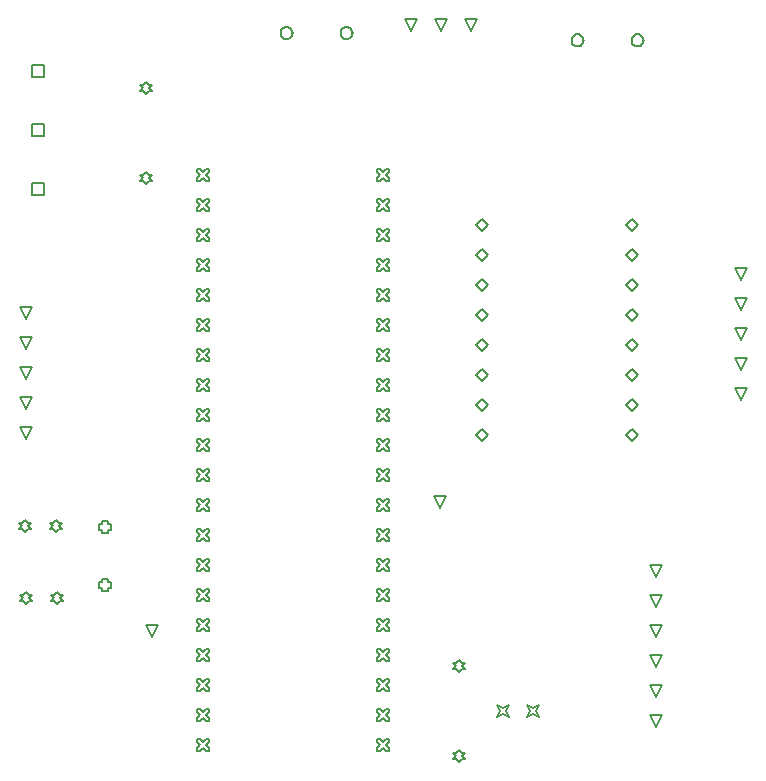
<source format=gbr>
%FSTAX23Y23*%
%MOIN*%
%SFA1B1*%

%IPPOS*%
%ADD39C,0.005000*%
%ADD63C,0.006667*%
%LNpcb1_drawing_1-1*%
%LPD*%
G54D39*
X0238Y03528D02*
Y03568D01*
X0242*
Y03528*
X0238*
Y03331D02*
Y03371D01*
X0242*
Y03331*
X0238*
Y03135D02*
Y03175D01*
X0242*
Y03135*
X0238*
X03845Y0368D02*
X03825Y0372D01*
X03865*
X03845Y0368*
X03745D02*
X03725Y0372D01*
X03765*
X03745Y0368*
X03645D02*
X03625Y0372D01*
X03665*
X03645Y0368*
X03805Y01545D02*
X03815Y01555D01*
X03825*
X03815Y01565*
X03825Y01575*
X03815*
X03805Y01585*
X03795Y01575*
X03785*
X03795Y01565*
X03785Y01555*
X03795*
X03805Y01545*
Y01245D02*
X03815Y01255D01*
X03825*
X03815Y01265*
X03825Y01275*
X03815*
X03805Y01285*
X03795Y01275*
X03785*
X03795Y01265*
X03785Y01255*
X03795*
X03805Y01245*
X0403Y01395D02*
X0404Y01415D01*
X0403Y01435*
X0405Y01425*
X0407Y01435*
X0406Y01415*
X0407Y01395*
X0405Y01405*
X0403Y01395*
X0393D02*
X0394Y01415D01*
X0393Y01435*
X0395Y01425*
X0397Y01435*
X0396Y01415*
X0397Y01395*
X0395Y01405*
X0393Y01395*
X0276Y0347D02*
X0277Y0348D01*
X0278*
X0277Y0349*
X0278Y035*
X0277*
X0276Y0351*
X0275Y035*
X0274*
X0275Y0349*
X0274Y0348*
X0275*
X0276Y0347*
Y0317D02*
X0277Y0318D01*
X0278*
X0277Y0319*
X0278Y032*
X0277*
X0276Y0321*
X0275Y032*
X0274*
X0275Y0319*
X0274Y0318*
X0275*
X0276Y0317*
X0236Y0232D02*
X0234Y0236D01*
X0238*
X0236Y0232*
Y0242D02*
X0234Y0246D01*
X0238*
X0236Y0242*
Y0252D02*
X0234Y0256D01*
X0238*
X0236Y0252*
Y0262D02*
X0234Y0266D01*
X0238*
X0236Y0262*
Y0272D02*
X0234Y0276D01*
X0238*
X0236Y0272*
X02461Y0201D02*
X02471Y0202D01*
X02481*
X02471Y0203*
X02481Y0204*
X02471*
X02461Y0205*
X02451Y0204*
X02441*
X02451Y0203*
X02441Y0202*
X02451*
X02461Y0201*
X02358D02*
X02368Y0202D01*
X02378*
X02368Y0203*
X02378Y0204*
X02368*
X02358Y0205*
X02348Y0204*
X02338*
X02348Y0203*
X02338Y0202*
X02348*
X02358Y0201*
X02615Y02016D02*
Y02006D01*
X02635*
Y02016*
X02645*
Y02036*
X02635*
Y02046*
X02615*
Y02036*
X02605*
Y02016*
X02615*
Y01823D02*
Y01813D01*
X02635*
Y01823*
X02645*
Y01843*
X02635*
Y01853*
X02615*
Y01843*
X02605*
Y01823*
X02615*
X02466Y0177D02*
X02476Y0178D01*
X02486*
X02476Y0179*
X02486Y018*
X02476*
X02466Y0181*
X02456Y018*
X02446*
X02456Y0179*
X02446Y0178*
X02456*
X02466Y0177*
X02363D02*
X02373Y0178D01*
X02383*
X02373Y0179*
X02383Y018*
X02373*
X02363Y0181*
X02353Y018*
X02343*
X02353Y0179*
X02343Y0178*
X02353*
X02363Y0177*
X0353Y0128D02*
X0354D01*
X0355Y0129*
X0356Y0128*
X0357*
Y0129*
X0356Y013*
X0357Y0131*
Y0132*
X0356*
X0355Y0131*
X0354Y0132*
X0353*
Y0131*
X0354Y013*
X0353Y0129*
Y0128*
Y0138D02*
X0354D01*
X0355Y0139*
X0356Y0138*
X0357*
Y0139*
X0356Y014*
X0357Y0141*
Y0142*
X0356*
X0355Y0141*
X0354Y0142*
X0353*
Y0141*
X0354Y014*
X0353Y0139*
Y0138*
Y0148D02*
X0354D01*
X0355Y0149*
X0356Y0148*
X0357*
Y0149*
X0356Y015*
X0357Y0151*
Y0152*
X0356*
X0355Y0151*
X0354Y0152*
X0353*
Y0151*
X0354Y015*
X0353Y0149*
Y0148*
Y0158D02*
X0354D01*
X0355Y0159*
X0356Y0158*
X0357*
Y0159*
X0356Y016*
X0357Y0161*
Y0162*
X0356*
X0355Y0161*
X0354Y0162*
X0353*
Y0161*
X0354Y016*
X0353Y0159*
Y0158*
Y0168D02*
X0354D01*
X0355Y0169*
X0356Y0168*
X0357*
Y0169*
X0356Y017*
X0357Y0171*
Y0172*
X0356*
X0355Y0171*
X0354Y0172*
X0353*
Y0171*
X0354Y017*
X0353Y0169*
Y0168*
Y0178D02*
X0354D01*
X0355Y0179*
X0356Y0178*
X0357*
Y0179*
X0356Y018*
X0357Y0181*
Y0182*
X0356*
X0355Y0181*
X0354Y0182*
X0353*
Y0181*
X0354Y018*
X0353Y0179*
Y0178*
Y0188D02*
X0354D01*
X0355Y0189*
X0356Y0188*
X0357*
Y0189*
X0356Y019*
X0357Y0191*
Y0192*
X0356*
X0355Y0191*
X0354Y0192*
X0353*
Y0191*
X0354Y019*
X0353Y0189*
Y0188*
Y0198D02*
X0354D01*
X0355Y0199*
X0356Y0198*
X0357*
Y0199*
X0356Y02*
X0357Y0201*
Y0202*
X0356*
X0355Y0201*
X0354Y0202*
X0353*
Y0201*
X0354Y02*
X0353Y0199*
Y0198*
Y0208D02*
X0354D01*
X0355Y0209*
X0356Y0208*
X0357*
Y0209*
X0356Y021*
X0357Y0211*
Y0212*
X0356*
X0355Y0211*
X0354Y0212*
X0353*
Y0211*
X0354Y021*
X0353Y0209*
Y0208*
Y0218D02*
X0354D01*
X0355Y0219*
X0356Y0218*
X0357*
Y0219*
X0356Y022*
X0357Y0221*
Y0222*
X0356*
X0355Y0221*
X0354Y0222*
X0353*
Y0221*
X0354Y022*
X0353Y0219*
Y0218*
Y0228D02*
X0354D01*
X0355Y0229*
X0356Y0228*
X0357*
Y0229*
X0356Y023*
X0357Y0231*
Y0232*
X0356*
X0355Y0231*
X0354Y0232*
X0353*
Y0231*
X0354Y023*
X0353Y0229*
Y0228*
Y0238D02*
X0354D01*
X0355Y0239*
X0356Y0238*
X0357*
Y0239*
X0356Y024*
X0357Y0241*
Y0242*
X0356*
X0355Y0241*
X0354Y0242*
X0353*
Y0241*
X0354Y024*
X0353Y0239*
Y0238*
Y0248D02*
X0354D01*
X0355Y0249*
X0356Y0248*
X0357*
Y0249*
X0356Y025*
X0357Y0251*
Y0252*
X0356*
X0355Y0251*
X0354Y0252*
X0353*
Y0251*
X0354Y025*
X0353Y0249*
Y0248*
Y0258D02*
X0354D01*
X0355Y0259*
X0356Y0258*
X0357*
Y0259*
X0356Y026*
X0357Y0261*
Y0262*
X0356*
X0355Y0261*
X0354Y0262*
X0353*
Y0261*
X0354Y026*
X0353Y0259*
Y0258*
Y0268D02*
X0354D01*
X0355Y0269*
X0356Y0268*
X0357*
Y0269*
X0356Y027*
X0357Y0271*
Y0272*
X0356*
X0355Y0271*
X0354Y0272*
X0353*
Y0271*
X0354Y027*
X0353Y0269*
Y0268*
Y0278D02*
X0354D01*
X0355Y0279*
X0356Y0278*
X0357*
Y0279*
X0356Y028*
X0357Y0281*
Y0282*
X0356*
X0355Y0281*
X0354Y0282*
X0353*
Y0281*
X0354Y028*
X0353Y0279*
Y0278*
Y0288D02*
X0354D01*
X0355Y0289*
X0356Y0288*
X0357*
Y0289*
X0356Y029*
X0357Y0291*
Y0292*
X0356*
X0355Y0291*
X0354Y0292*
X0353*
Y0291*
X0354Y029*
X0353Y0289*
Y0288*
Y0298D02*
X0354D01*
X0355Y0299*
X0356Y0298*
X0357*
Y0299*
X0356Y03*
X0357Y0301*
Y0302*
X0356*
X0355Y0301*
X0354Y0302*
X0353*
Y0301*
X0354Y03*
X0353Y0299*
Y0298*
Y0308D02*
X0354D01*
X0355Y0309*
X0356Y0308*
X0357*
Y0309*
X0356Y031*
X0357Y0311*
Y0312*
X0356*
X0355Y0311*
X0354Y0312*
X0353*
Y0311*
X0354Y031*
X0353Y0309*
Y0308*
Y0318D02*
X0354D01*
X0355Y0319*
X0356Y0318*
X0357*
Y0319*
X0356Y032*
X0357Y0321*
Y0322*
X0356*
X0355Y0321*
X0354Y0322*
X0353*
Y0321*
X0354Y032*
X0353Y0319*
Y0318*
X0293Y0128D02*
X0294D01*
X0295Y0129*
X0296Y0128*
X0297*
Y0129*
X0296Y013*
X0297Y0131*
Y0132*
X0296*
X0295Y0131*
X0294Y0132*
X0293*
Y0131*
X0294Y013*
X0293Y0129*
Y0128*
Y0138D02*
X0294D01*
X0295Y0139*
X0296Y0138*
X0297*
Y0139*
X0296Y014*
X0297Y0141*
Y0142*
X0296*
X0295Y0141*
X0294Y0142*
X0293*
Y0141*
X0294Y014*
X0293Y0139*
Y0138*
Y0148D02*
X0294D01*
X0295Y0149*
X0296Y0148*
X0297*
Y0149*
X0296Y015*
X0297Y0151*
Y0152*
X0296*
X0295Y0151*
X0294Y0152*
X0293*
Y0151*
X0294Y015*
X0293Y0149*
Y0148*
Y0158D02*
X0294D01*
X0295Y0159*
X0296Y0158*
X0297*
Y0159*
X0296Y016*
X0297Y0161*
Y0162*
X0296*
X0295Y0161*
X0294Y0162*
X0293*
Y0161*
X0294Y016*
X0293Y0159*
Y0158*
Y0168D02*
X0294D01*
X0295Y0169*
X0296Y0168*
X0297*
Y0169*
X0296Y017*
X0297Y0171*
Y0172*
X0296*
X0295Y0171*
X0294Y0172*
X0293*
Y0171*
X0294Y017*
X0293Y0169*
Y0168*
Y0178D02*
X0294D01*
X0295Y0179*
X0296Y0178*
X0297*
Y0179*
X0296Y018*
X0297Y0181*
Y0182*
X0296*
X0295Y0181*
X0294Y0182*
X0293*
Y0181*
X0294Y018*
X0293Y0179*
Y0178*
Y0188D02*
X0294D01*
X0295Y0189*
X0296Y0188*
X0297*
Y0189*
X0296Y019*
X0297Y0191*
Y0192*
X0296*
X0295Y0191*
X0294Y0192*
X0293*
Y0191*
X0294Y019*
X0293Y0189*
Y0188*
Y0198D02*
X0294D01*
X0295Y0199*
X0296Y0198*
X0297*
Y0199*
X0296Y02*
X0297Y0201*
Y0202*
X0296*
X0295Y0201*
X0294Y0202*
X0293*
Y0201*
X0294Y02*
X0293Y0199*
Y0198*
Y0208D02*
X0294D01*
X0295Y0209*
X0296Y0208*
X0297*
Y0209*
X0296Y021*
X0297Y0211*
Y0212*
X0296*
X0295Y0211*
X0294Y0212*
X0293*
Y0211*
X0294Y021*
X0293Y0209*
Y0208*
Y0218D02*
X0294D01*
X0295Y0219*
X0296Y0218*
X0297*
Y0219*
X0296Y022*
X0297Y0221*
Y0222*
X0296*
X0295Y0221*
X0294Y0222*
X0293*
Y0221*
X0294Y022*
X0293Y0219*
Y0218*
Y0228D02*
X0294D01*
X0295Y0229*
X0296Y0228*
X0297*
Y0229*
X0296Y023*
X0297Y0231*
Y0232*
X0296*
X0295Y0231*
X0294Y0232*
X0293*
Y0231*
X0294Y023*
X0293Y0229*
Y0228*
Y0238D02*
X0294D01*
X0295Y0239*
X0296Y0238*
X0297*
Y0239*
X0296Y024*
X0297Y0241*
Y0242*
X0296*
X0295Y0241*
X0294Y0242*
X0293*
Y0241*
X0294Y024*
X0293Y0239*
Y0238*
Y0248D02*
X0294D01*
X0295Y0249*
X0296Y0248*
X0297*
Y0249*
X0296Y025*
X0297Y0251*
Y0252*
X0296*
X0295Y0251*
X0294Y0252*
X0293*
Y0251*
X0294Y025*
X0293Y0249*
Y0248*
Y0258D02*
X0294D01*
X0295Y0259*
X0296Y0258*
X0297*
Y0259*
X0296Y026*
X0297Y0261*
Y0262*
X0296*
X0295Y0261*
X0294Y0262*
X0293*
Y0261*
X0294Y026*
X0293Y0259*
Y0258*
Y0268D02*
X0294D01*
X0295Y0269*
X0296Y0268*
X0297*
Y0269*
X0296Y027*
X0297Y0271*
Y0272*
X0296*
X0295Y0271*
X0294Y0272*
X0293*
Y0271*
X0294Y027*
X0293Y0269*
Y0268*
Y0278D02*
X0294D01*
X0295Y0279*
X0296Y0278*
X0297*
Y0279*
X0296Y028*
X0297Y0281*
Y0282*
X0296*
X0295Y0281*
X0294Y0282*
X0293*
Y0281*
X0294Y028*
X0293Y0279*
Y0278*
Y0288D02*
X0294D01*
X0295Y0289*
X0296Y0288*
X0297*
Y0289*
X0296Y029*
X0297Y0291*
Y0292*
X0296*
X0295Y0291*
X0294Y0292*
X0293*
Y0291*
X0294Y029*
X0293Y0289*
Y0288*
Y0298D02*
X0294D01*
X0295Y0299*
X0296Y0298*
X0297*
Y0299*
X0296Y03*
X0297Y0301*
Y0302*
X0296*
X0295Y0301*
X0294Y0302*
X0293*
Y0301*
X0294Y03*
X0293Y0299*
Y0298*
Y0308D02*
X0294D01*
X0295Y0309*
X0296Y0308*
X0297*
Y0309*
X0296Y031*
X0297Y0311*
Y0312*
X0296*
X0295Y0311*
X0294Y0312*
X0293*
Y0311*
X0294Y031*
X0293Y0309*
Y0308*
Y0318D02*
X0294D01*
X0295Y0319*
X0296Y0318*
X0297*
Y0319*
X0296Y032*
X0297Y0321*
Y0322*
X0296*
X0295Y0321*
X0294Y0322*
X0293*
Y0321*
X0294Y032*
X0293Y0319*
Y0318*
X04745Y0245D02*
X04725Y0249D01*
X04765*
X04745Y0245*
Y0255D02*
X04725Y0259D01*
X04765*
X04745Y0255*
Y0265D02*
X04725Y0269D01*
X04765*
X04745Y0265*
Y0275D02*
X04725Y0279D01*
X04765*
X04745Y0275*
Y0285D02*
X04725Y0289D01*
X04765*
X04745Y0285*
X0436Y02335D02*
X0438Y02355D01*
X044Y02335*
X0438Y02315*
X0436Y02335*
Y02435D02*
X0438Y02455D01*
X044Y02435*
X0438Y02415*
X0436Y02435*
Y02535D02*
X0438Y02555D01*
X044Y02535*
X0438Y02515*
X0436Y02535*
Y02635D02*
X0438Y02655D01*
X044Y02635*
X0438Y02615*
X0436Y02635*
Y02735D02*
X0438Y02755D01*
X044Y02735*
X0438Y02715*
X0436Y02735*
Y02835D02*
X0438Y02855D01*
X044Y02835*
X0438Y02815*
X0436Y02835*
Y02935D02*
X0438Y02955D01*
X044Y02935*
X0438Y02915*
X0436Y02935*
Y03035D02*
X0438Y03055D01*
X044Y03035*
X0438Y03015*
X0436Y03035*
X0386D02*
X0388Y03055D01*
X039Y03035*
X0388Y03015*
X0386Y03035*
Y02935D02*
X0388Y02955D01*
X039Y02935*
X0388Y02915*
X0386Y02935*
Y02835D02*
X0388Y02855D01*
X039Y02835*
X0388Y02815*
X0386Y02835*
Y02735D02*
X0388Y02755D01*
X039Y02735*
X0388Y02715*
X0386Y02735*
Y02635D02*
X0388Y02655D01*
X039Y02635*
X0388Y02615*
X0386Y02635*
Y02535D02*
X0388Y02555D01*
X039Y02535*
X0388Y02515*
X0386Y02535*
Y02435D02*
X0388Y02455D01*
X039Y02435*
X0388Y02415*
X0386Y02435*
Y02335D02*
X0388Y02355D01*
X039Y02335*
X0388Y02315*
X0386Y02335*
X0446Y0186D02*
X0444Y019D01*
X0448*
X0446Y0186*
Y0176D02*
X0444Y018D01*
X0448*
X0446Y0176*
Y0166D02*
X0444Y017D01*
X0448*
X0446Y0166*
Y0156D02*
X0444Y016D01*
X0448*
X0446Y0156*
Y0146D02*
X0444Y015D01*
X0448*
X0446Y0146*
Y0136D02*
X0444Y014D01*
X0448*
X0446Y0136*
X0278Y0166D02*
X0276Y017D01*
X028*
X0278Y0166*
X0374Y0209D02*
X0372Y0213D01*
X0376*
X0374Y0209*
G54D63*
X0442Y0365D02*
D01*
X04419Y03651*
X04419Y03652*
X04419Y03654*
X04419Y03655*
X04418Y03656*
X04418Y03658*
X04417Y03659*
X04416Y0366*
X04416Y03661*
X04415Y03662*
X04414Y03663*
X04413Y03664*
X04412Y03665*
X04411Y03666*
X0441Y03667*
X04408Y03667*
X04407Y03668*
X04406Y03669*
X04404Y03669*
X04403Y03669*
X04402Y03669*
X044Y03669*
X04399*
X04397Y03669*
X04396Y03669*
X04395Y03669*
X04393Y03669*
X04392Y03668*
X04391Y03667*
X0439Y03667*
X04388Y03666*
X04387Y03665*
X04386Y03664*
X04385Y03663*
X04384Y03662*
X04383Y03661*
X04383Y0366*
X04382Y03659*
X04381Y03658*
X04381Y03656*
X0438Y03655*
X0438Y03654*
X0438Y03652*
X0438Y03651*
X0438Y0365*
X0438Y03648*
X0438Y03647*
X0438Y03645*
X0438Y03644*
X04381Y03643*
X04381Y03641*
X04382Y0364*
X04383Y03639*
X04383Y03638*
X04384Y03637*
X04385Y03636*
X04386Y03635*
X04387Y03634*
X04388Y03633*
X0439Y03632*
X04391Y03632*
X04392Y03631*
X04393Y0363*
X04395Y0363*
X04396Y0363*
X04397Y0363*
X04399Y0363*
X044*
X04402Y0363*
X04403Y0363*
X04404Y0363*
X04406Y0363*
X04407Y03631*
X04408Y03632*
X0441Y03632*
X04411Y03633*
X04412Y03634*
X04413Y03635*
X04414Y03636*
X04415Y03637*
X04416Y03638*
X04416Y03639*
X04417Y0364*
X04418Y03641*
X04418Y03643*
X04419Y03644*
X04419Y03645*
X04419Y03647*
X04419Y03648*
X0442Y0365*
X0422D02*
D01*
X04219Y03651*
X04219Y03652*
X04219Y03654*
X04219Y03655*
X04218Y03656*
X04218Y03658*
X04217Y03659*
X04216Y0366*
X04216Y03661*
X04215Y03662*
X04214Y03663*
X04213Y03664*
X04212Y03665*
X04211Y03666*
X0421Y03667*
X04208Y03667*
X04207Y03668*
X04206Y03669*
X04204Y03669*
X04203Y03669*
X04202Y03669*
X042Y03669*
X04199*
X04197Y03669*
X04196Y03669*
X04195Y03669*
X04193Y03669*
X04192Y03668*
X04191Y03667*
X0419Y03667*
X04188Y03666*
X04187Y03665*
X04186Y03664*
X04185Y03663*
X04184Y03662*
X04183Y03661*
X04183Y0366*
X04182Y03659*
X04181Y03658*
X04181Y03656*
X0418Y03655*
X0418Y03654*
X0418Y03652*
X0418Y03651*
X0418Y0365*
X0418Y03648*
X0418Y03647*
X0418Y03645*
X0418Y03644*
X04181Y03643*
X04181Y03641*
X04182Y0364*
X04183Y03639*
X04183Y03638*
X04184Y03637*
X04185Y03636*
X04186Y03635*
X04187Y03634*
X04188Y03633*
X0419Y03632*
X04191Y03632*
X04192Y03631*
X04193Y0363*
X04195Y0363*
X04196Y0363*
X04197Y0363*
X04199Y0363*
X042*
X04202Y0363*
X04203Y0363*
X04204Y0363*
X04206Y0363*
X04207Y03631*
X04208Y03632*
X0421Y03632*
X04211Y03633*
X04212Y03634*
X04213Y03635*
X04214Y03636*
X04215Y03637*
X04216Y03638*
X04216Y03639*
X04217Y0364*
X04218Y03641*
X04218Y03643*
X04219Y03644*
X04219Y03645*
X04219Y03647*
X04219Y03648*
X0422Y0365*
X0345Y03675D02*
D01*
X03449Y03676*
X03449Y03677*
X03449Y03679*
X03449Y0368*
X03448Y03681*
X03448Y03683*
X03447Y03684*
X03446Y03685*
X03446Y03686*
X03445Y03687*
X03444Y03688*
X03443Y03689*
X03442Y0369*
X03441Y03691*
X0344Y03692*
X03438Y03692*
X03437Y03693*
X03436Y03694*
X03434Y03694*
X03433Y03694*
X03432Y03694*
X0343Y03694*
X03429*
X03427Y03694*
X03426Y03694*
X03425Y03694*
X03423Y03694*
X03422Y03693*
X03421Y03692*
X0342Y03692*
X03418Y03691*
X03417Y0369*
X03416Y03689*
X03415Y03688*
X03414Y03687*
X03413Y03686*
X03413Y03685*
X03412Y03684*
X03411Y03683*
X03411Y03681*
X0341Y0368*
X0341Y03679*
X0341Y03677*
X0341Y03676*
X0341Y03675*
X0341Y03673*
X0341Y03672*
X0341Y0367*
X0341Y03669*
X03411Y03668*
X03411Y03666*
X03412Y03665*
X03413Y03664*
X03413Y03663*
X03414Y03662*
X03415Y03661*
X03416Y0366*
X03417Y03659*
X03418Y03658*
X0342Y03657*
X03421Y03657*
X03422Y03656*
X03423Y03655*
X03425Y03655*
X03426Y03655*
X03427Y03655*
X03429Y03655*
X0343*
X03432Y03655*
X03433Y03655*
X03434Y03655*
X03436Y03655*
X03437Y03656*
X03438Y03657*
X0344Y03657*
X03441Y03658*
X03442Y03659*
X03443Y0366*
X03444Y03661*
X03445Y03662*
X03446Y03663*
X03446Y03664*
X03447Y03665*
X03448Y03666*
X03448Y03668*
X03449Y03669*
X03449Y0367*
X03449Y03672*
X03449Y03673*
X0345Y03675*
X0325D02*
D01*
X03249Y03676*
X03249Y03677*
X03249Y03679*
X03249Y0368*
X03248Y03681*
X03248Y03683*
X03247Y03684*
X03246Y03685*
X03246Y03686*
X03245Y03687*
X03244Y03688*
X03243Y03689*
X03242Y0369*
X03241Y03691*
X0324Y03692*
X03238Y03692*
X03237Y03693*
X03236Y03694*
X03234Y03694*
X03233Y03694*
X03232Y03694*
X0323Y03694*
X03229*
X03227Y03694*
X03226Y03694*
X03225Y03694*
X03223Y03694*
X03222Y03693*
X03221Y03692*
X0322Y03692*
X03218Y03691*
X03217Y0369*
X03216Y03689*
X03215Y03688*
X03214Y03687*
X03213Y03686*
X03213Y03685*
X03212Y03684*
X03211Y03683*
X03211Y03681*
X0321Y0368*
X0321Y03679*
X0321Y03677*
X0321Y03676*
X0321Y03675*
X0321Y03673*
X0321Y03672*
X0321Y0367*
X0321Y03669*
X03211Y03668*
X03211Y03666*
X03212Y03665*
X03213Y03664*
X03213Y03663*
X03214Y03662*
X03215Y03661*
X03216Y0366*
X03217Y03659*
X03218Y03658*
X0322Y03657*
X03221Y03657*
X03222Y03656*
X03223Y03655*
X03225Y03655*
X03226Y03655*
X03227Y03655*
X03229Y03655*
X0323*
X03232Y03655*
X03233Y03655*
X03234Y03655*
X03236Y03655*
X03237Y03656*
X03238Y03657*
X0324Y03657*
X03241Y03658*
X03242Y03659*
X03243Y0366*
X03244Y03661*
X03245Y03662*
X03246Y03663*
X03246Y03664*
X03247Y03665*
X03248Y03666*
X03248Y03668*
X03249Y03669*
X03249Y0367*
X03249Y03672*
X03249Y03673*
X0325Y03675*
M02*
</source>
